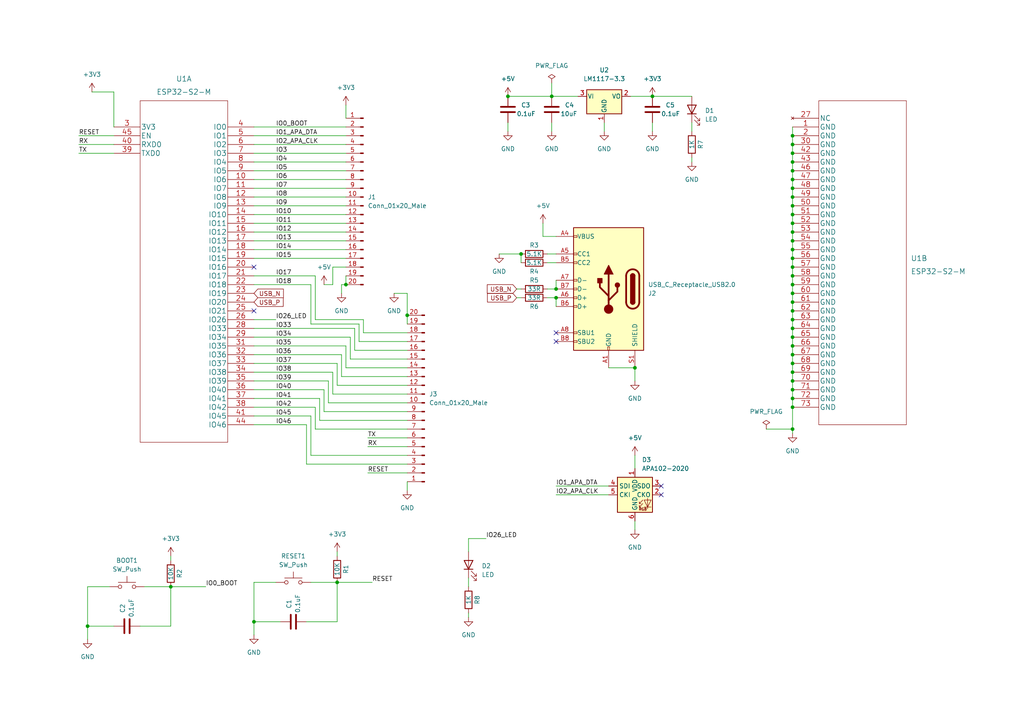
<source format=kicad_sch>
(kicad_sch (version 20211123) (generator eeschema)
  (paper "A4")
  (title_block (title "ESP32 S2 Mini Development Board") (date "2022-04-14") (rev "1"))
  (lib_symbols
    (symbol "2022-03-26_13-09-54:ESP32-S2-MINI-1-N4" (pin_names (offset 0.254))
      (property "Reference" "U" (at 20.32 12.7 0))
      (property "Value" "ESP32-S2-MINI-1-N4" (at 20.32 10.16 0))
      (symbol "ESP32-S2-MINI-1-N4_1_1"
        (polyline (pts (xy 7.62 -91.44) (xy 33.02 -91.44)) (stroke (width 0.127)))
        (polyline (pts (xy 7.62 7.62) (xy 7.62 -91.44)) (stroke (width 0.127)))
        (polyline (pts (xy 33.02 -91.44) (xy 33.02 7.62)) (stroke (width 0.127)))
        (polyline (pts (xy 33.02 7.62) (xy 7.62 7.62)) (stroke (width 0.127)))
        (pin bidirectional line (at 40.64 -15.24 180) (length 7.62) (name "IO6") (number "10"))
        (pin bidirectional line (at 40.64 -17.78 180) (length 7.62) (name "IO7") (number "11"))
        (pin bidirectional line (at 40.64 -20.32 180) (length 7.62) (name "IO8") (number "12"))
        (pin bidirectional line (at 40.64 -22.86 180) (length 7.62) (name "IO9") (number "13"))
        (pin bidirectional line (at 40.64 -25.4 180) (length 7.62) (name "IO10") (number "14"))
        (pin bidirectional line (at 40.64 -27.94 180) (length 7.62) (name "IO11") (number "15"))
        (pin bidirectional line (at 40.64 -30.48 180) (length 7.62) (name "IO12") (number "16"))
        (pin bidirectional line (at 40.64 -33.02 180) (length 7.62) (name "IO13") (number "17"))
        (pin bidirectional line (at 40.64 -35.56 180) (length 7.62) (name "IO14") (number "18"))
        (pin bidirectional line (at 40.64 -38.1 180) (length 7.62) (name "IO15") (number "19"))
        (pin bidirectional line (at 40.64 -40.64 180) (length 7.62) (name "IO16") (number "20"))
        (pin bidirectional line (at 40.64 -43.18 180) (length 7.62) (name "IO17") (number "21"))
        (pin bidirectional line (at 40.64 -45.72 180) (length 7.62) (name "IO18") (number "22"))
        (pin bidirectional line (at 40.64 -48.26 180) (length 7.62) (name "IO19") (number "23"))
        (pin bidirectional line (at 40.64 -50.8 180) (length 7.62) (name "IO20") (number "24"))
        (pin bidirectional line (at 40.64 -53.34 180) (length 7.62) (name "IO21") (number "25"))
        (pin bidirectional line (at 40.64 -55.88 180) (length 7.62) (name "IO26") (number "26"))
        (pin bidirectional line (at 40.64 -58.42 180) (length 7.62) (name "IO33") (number "28"))
        (pin bidirectional line (at 40.64 -60.96 180) (length 7.62) (name "IO34") (number "29"))
        (pin unspecified line (at 0 0 0) (length 7.62) (name "3V3") (number "3"))
        (pin bidirectional line (at 40.64 -63.5 180) (length 7.62) (name "IO35") (number "31"))
        (pin bidirectional line (at 40.64 -66.04 180) (length 7.62) (name "IO36") (number "32"))
        (pin bidirectional line (at 40.64 -68.58 180) (length 7.62) (name "IO37") (number "33"))
        (pin bidirectional line (at 40.64 -71.12 180) (length 7.62) (name "IO38") (number "34"))
        (pin bidirectional line (at 40.64 -73.66 180) (length 7.62) (name "IO39") (number "35"))
        (pin bidirectional line (at 40.64 -76.2 180) (length 7.62) (name "IO40") (number "36"))
        (pin bidirectional line (at 40.64 -78.74 180) (length 7.62) (name "IO41") (number "37"))
        (pin bidirectional line (at 40.64 -81.28 180) (length 7.62) (name "IO42") (number "38"))
        (pin bidirectional line (at 0 -7.62 0) (length 7.62) (name "TXD0") (number "39"))
        (pin bidirectional line (at 40.64 0 180) (length 7.62) (name "IO0") (number "4"))
        (pin bidirectional line (at 0 -5.08 0) (length 7.62) (name "RXD0") (number "40"))
        (pin bidirectional line (at 40.64 -83.82 180) (length 7.62) (name "IO45") (number "41"))
        (pin bidirectional line (at 40.64 -86.36 180) (length 7.62) (name "IO46") (number "44"))
        (pin unspecified line (at 0 -2.54 0) (length 7.62) (name "EN") (number "45"))
        (pin bidirectional line (at 40.64 -2.54 180) (length 7.62) (name "IO1") (number "5"))
        (pin bidirectional line (at 40.64 -5.08 180) (length 7.62) (name "IO2") (number "6"))
        (pin bidirectional line (at 40.64 -7.62 180) (length 7.62) (name "IO3") (number "7"))
        (pin bidirectional line (at 40.64 -10.16 180) (length 7.62) (name "IO4") (number "8"))
        (pin bidirectional line (at 40.64 -12.7 180) (length 7.62) (name "IO5") (number "9"))
      )
      (symbol "ESP32-S2-MINI-1-N4_2_1"
        (polyline (pts (xy 7.62 -88.9) (xy 33.02 -88.9)) (stroke (width 0.127)))
        (polyline (pts (xy 7.62 5.08) (xy 7.62 -88.9)) (stroke (width 0.127)))
        (polyline (pts (xy 33.02 -88.9) (xy 33.02 5.08)) (stroke (width 0.127)))
        (polyline (pts (xy 33.02 5.08) (xy 7.62 5.08)) (stroke (width 0.127)))
        (pin power_in line (at 0 -2.54 0) (length 7.62) (name "GND") (number "1"))
        (pin power_in line (at 0 -5.08 0) (length 7.62) (name "GND") (number "2"))
        (pin no_connect line (at 0 0 0) (length 7.62) (name "NC") (number "27"))
        (pin power_in line (at 0 -7.62 0) (length 7.62) (name "GND") (number "30"))
        (pin power_in line (at 0 -10.16 0) (length 7.62) (name "GND") (number "42"))
        (pin power_in line (at 0 -12.7 0) (length 7.62) (name "GND") (number "43"))
        (pin power_in line (at 0 -15.24 0) (length 7.62) (name "GND") (number "46"))
        (pin power_in line (at 0 -17.78 0) (length 7.62) (name "GND") (number "47"))
        (pin power_in line (at 0 -20.32 0) (length 7.62) (name "GND") (number "48"))
        (pin power_in line (at 0 -22.86 0) (length 7.62) (name "GND") (number "49"))
        (pin power_in line (at 0 -25.4 0) (length 7.62) (name "GND") (number "50"))
        (pin power_in line (at 0 -27.94 0) (length 7.62) (name "GND") (number "51"))
        (pin power_in line (at 0 -30.48 0) (length 7.62) (name "GND") (number "52"))
        (pin power_in line (at 0 -33.02 0) (length 7.62) (name "GND") (number "53"))
        (pin power_in line (at 0 -35.56 0) (length 7.62) (name "GND") (number "54"))
        (pin power_in line (at 0 -38.1 0) (length 7.62) (name "GND") (number "55"))
        (pin power_in line (at 0 -40.64 0) (length 7.62) (name "GND") (number "56"))
        (pin power_in line (at 0 -43.18 0) (length 7.62) (name "GND") (number "57"))
        (pin power_in line (at 0 -45.72 0) (length 7.62) (name "GND") (number "58"))
        (pin power_in line (at 0 -48.26 0) (length 7.62) (name "GND") (number "59"))
        (pin power_in line (at 0 -50.8 0) (length 7.62) (name "GND") (number "60"))
        (pin power_in line (at 0 -53.34 0) (length 7.62) (name "GND") (number "61"))
        (pin power_in line (at 0 -55.88 0) (length 7.62) (name "GND") (number "62"))
        (pin power_in line (at 0 -58.42 0) (length 7.62) (name "GND") (number "63"))
        (pin power_in line (at 0 -60.96 0) (length 7.62) (name "GND") (number "64"))
        (pin power_in line (at 0 -63.5 0) (length 7.62) (name "GND") (number "65"))
        (pin power_in line (at 0 -66.04 0) (length 7.62) (name "GND") (number "66"))
        (pin power_in line (at 0 -68.58 0) (length 7.62) (name "GND") (number "67"))
        (pin power_in line (at 0 -71.12 0) (length 7.62) (name "GND") (number "68"))
        (pin power_in line (at 0 -73.66 0) (length 7.62) (name "GND") (number "69"))
        (pin power_in line (at 0 -76.2 0) (length 7.62) (name "GND") (number "70"))
        (pin power_in line (at 0 -78.74 0) (length 7.62) (name "GND") (number "71"))
        (pin power_in line (at 0 -81.28 0) (length 7.62) (name "GND") (number "72"))
        (pin power_in line (at 0 -83.82 0) (length 7.62) (name "GND") (number "73"))
      )
    )
    (symbol "Connector:Conn_01x20_Male" (pin_names (offset 1.016) hide)
      (property "Reference" "J" (at 0 25.4 0))
      (property "Value" "Conn_01x20_Male" (at 0 -27.94 0))
      (symbol "Conn_01x20_Male_1_1"
        (polyline (pts (xy 1.27 -25.4) (xy 0.8636 -25.4)) (stroke (width 0.1524)))
        (polyline (pts (xy 1.27 -22.86) (xy 0.8636 -22.86)) (stroke (width 0.1524)))
        (polyline (pts (xy 1.27 -20.32) (xy 0.8636 -20.32)) (stroke (width 0.1524)))
        (polyline (pts (xy 1.27 -17.78) (xy 0.8636 -17.78)) (stroke (width 0.1524)))
        (polyline (pts (xy 1.27 -15.24) (xy 0.8636 -15.24)) (stroke (width 0.1524)))
        (polyline (pts (xy 1.27 -12.7) (xy 0.8636 -12.7)) (stroke (width 0.1524)))
        (polyline (pts (xy 1.27 -10.16) (xy 0.8636 -10.16)) (stroke (width 0.1524)))
        (polyline (pts (xy 1.27 -7.62) (xy 0.8636 -7.62)) (stroke (width 0.1524)))
        (polyline (pts (xy 1.27 -5.08) (xy 0.8636 -5.08)) (stroke (width 0.1524)))
        (polyline (pts (xy 1.27 -2.54) (xy 0.8636 -2.54)) (stroke (width 0.1524)))
        (polyline (pts (xy 1.27 0) (xy 0.8636 0)) (stroke (width 0.1524)))
        (polyline (pts (xy 1.27 2.54) (xy 0.8636 2.54)) (stroke (width 0.1524)))
        (polyline (pts (xy 1.27 5.08) (xy 0.8636 5.08)) (stroke (width 0.1524)))
        (polyline (pts (xy 1.27 7.62) (xy 0.8636 7.62)) (stroke (width 0.1524)))
        (polyline (pts (xy 1.27 10.16) (xy 0.8636 10.16)) (stroke (width 0.1524)))
        (polyline (pts (xy 1.27 12.7) (xy 0.8636 12.7)) (stroke (width 0.1524)))
        (polyline (pts (xy 1.27 15.24) (xy 0.8636 15.24)) (stroke (width 0.1524)))
        (polyline (pts (xy 1.27 17.78) (xy 0.8636 17.78)) (stroke (width 0.1524)))
        (polyline (pts (xy 1.27 20.32) (xy 0.8636 20.32)) (stroke (width 0.1524)))
        (polyline (pts (xy 1.27 22.86) (xy 0.8636 22.86)) (stroke (width 0.1524)))
        (rectangle (start 0.8636 -25.273) (end 0 -25.527) (stroke (width 0.1524)) (fill (type outline)))
        (rectangle (start 0.8636 -22.733) (end 0 -22.987) (stroke (width 0.1524)) (fill (type outline)))
        (rectangle (start 0.8636 -20.193) (end 0 -20.447) (stroke (width 0.1524)) (fill (type outline)))
        (rectangle (start 0.8636 -17.653) (end 0 -17.907) (stroke (width 0.1524)) (fill (type outline)))
        (rectangle (start 0.8636 -15.113) (end 0 -15.367) (stroke (width 0.1524)) (fill (type outline)))
        (rectangle (start 0.8636 -12.573) (end 0 -12.827) (stroke (width 0.1524)) (fill (type outline)))
        (rectangle (start 0.8636 -10.033) (end 0 -10.287) (stroke (width 0.1524)) (fill (type outline)))
        (rectangle (start 0.8636 -7.493) (end 0 -7.747) (stroke (width 0.1524)) (fill (type outline)))
        (rectangle (start 0.8636 -4.953) (end 0 -5.207) (stroke (width 0.1524)) (fill (type outline)))
        (rectangle (start 0.8636 -2.413) (end 0 -2.667) (stroke (width 0.1524)) (fill (type outline)))
        (rectangle (start 0.8636 0.127) (end 0 -0.127) (stroke (width 0.1524)) (fill (type outline)))
        (rectangle (start 0.8636 2.667) (end 0 2.413) (stroke (width 0.1524)) (fill (type outline)))
        (rectangle (start 0.8636 5.207) (end 0 4.953) (stroke (width 0.1524)) (fill (type outline)))
        (rectangle (start 0.8636 7.747) (end 0 7.493) (stroke (width 0.1524)) (fill (type outline)))
        (rectangle (start 0.8636 10.287) (end 0 10.033) (stroke (width 0.1524)) (fill (type outline)))
        (rectangle (start 0.8636 12.827) (end 0 12.573) (stroke (width 0.1524)) (fill (type outline)))
        (rectangle (start 0.8636 15.367) (end 0 15.113) (stroke (width 0.1524)) (fill (type outline)))
        (rectangle (start 0.8636 17.907) (end 0 17.653) (stroke (width 0.1524)) (fill (type outline)))
        (rectangle (start 0.8636 20.447) (end 0 20.193) (stroke (width 0.1524)) (fill (type outline)))
        (rectangle (start 0.8636 22.987) (end 0 22.733) (stroke (width 0.1524)) (fill (type outline)))
        (pin passive line (at 5.08 22.86 180) (length 3.81) (name "Pin_1") (number "1"))
        (pin passive line (at 5.08 0 180) (length 3.81) (name "Pin_10") (number "10"))
        (pin passive line (at 5.08 -2.54 180) (length 3.81) (name "Pin_11") (number "11"))
        (pin passive line (at 5.08 -5.08 180) (length 3.81) (name "Pin_12") (number "12"))
        (pin passive line (at 5.08 -7.62 180) (length 3.81) (name "Pin_13") (number "13"))
        (pin passive line (at 5.08 -10.16 180) (length 3.81) (name "Pin_14") (number "14"))
        (pin passive line (at 5.08 -12.7 180) (length 3.81) (name "Pin_15") (number "15"))
        (pin passive line (at 5.08 -15.24 180) (length 3.81) (name "Pin_16") (number "16"))
        (pin passive line (at 5.08 -17.78 180) (length 3.81) (name "Pin_17") (number "17"))
        (pin passive line (at 5.08 -20.32 180) (length 3.81) (name "Pin_18") (number "18"))
        (pin passive line (at 5.08 -22.86 180) (length 3.81) (name "Pin_19") (number "19"))
        (pin passive line (at 5.08 20.32 180) (length 3.81) (name "Pin_2") (number "2"))
        (pin passive line (at 5.08 -25.4 180) (length 3.81) (name "Pin_20") (number "20"))
        (pin passive line (at 5.08 17.78 180) (length 3.81) (name "Pin_3") (number "3"))
        (pin passive line (at 5.08 15.24 180) (length 3.81) (name "Pin_4") (number "4"))
        (pin passive line (at 5.08 12.7 180) (length 3.81) (name "Pin_5") (number "5"))
        (pin passive line (at 5.08 10.16 180) (length 3.81) (name "Pin_6") (number "6"))
        (pin passive line (at 5.08 7.62 180) (length 3.81) (name "Pin_7") (number "7"))
        (pin passive line (at 5.08 5.08 180) (length 3.81) (name "Pin_8") (number "8"))
        (pin passive line (at 5.08 2.54 180) (length 3.81) (name "Pin_9") (number "9"))
      )
    )
    (symbol "Connector:USB_C_Receptacle_USB2.0" (pin_names (offset 1.016))
      (property "Reference" "J" (at -10.16 19.05 0))
      (property "Value" "USB_C_Receptacle_USB2.0" (at 19.05 19.05 0))
      (symbol "USB_C_Receptacle_USB2.0_0_0"
        (rectangle (start -0.254 -17.78) (end 0.254 -16.764))
        (rectangle (start 10.16 -14.986) (end 9.144 -15.494))
        (rectangle (start 10.16 -12.446) (end 9.144 -12.954))
        (rectangle (start 10.16 -4.826) (end 9.144 -5.334))
        (rectangle (start 10.16 -2.286) (end 9.144 -2.794))
        (rectangle (start 10.16 0.254) (end 9.144 -0.254))
        (rectangle (start 10.16 2.794) (end 9.144 2.286))
        (rectangle (start 10.16 7.874) (end 9.144 7.366))
        (rectangle (start 10.16 10.414) (end 9.144 9.906))
        (rectangle (start 10.16 15.494) (end 9.144 14.986))
      )
      (symbol "USB_C_Receptacle_USB2.0_0_1"
        (rectangle (start -10.16 17.78) (end 10.16 -17.78) (stroke (width 0.254)) (fill (type background)))
        (arc (start -8.89 -3.81) (mid -6.985 -5.715) (end -5.08 -3.81) (stroke (width 0.508)))
        (arc (start -7.62 -3.81) (mid -6.985 -4.445) (end -6.35 -3.81) (stroke (width 0.254)))
        (arc (start -7.62 -3.81) (mid -6.985 -4.445) (end -6.35 -3.81) (stroke (width 0.254)) (fill (type outline)))
        (rectangle (start -7.62 -3.81) (end -6.35 3.81) (stroke (width 0.254)) (fill (type outline)))
        (arc (start -6.35 3.81) (mid -6.985 4.445) (end -7.62 3.81) (stroke (width 0.254)))
        (arc (start -6.35 3.81) (mid -6.985 4.445) (end -7.62 3.81) (stroke (width 0.254)) (fill (type outline)))
        (arc (start -5.08 3.81) (mid -6.985 5.715) (end -8.89 3.81) (stroke (width 0.508)))
        (circle (center -2.54 1.143) (radius 0.635) (stroke (width 0.254)) (fill (type outline)))
        (circle (center 0 -5.842) (radius 1.27) (fill (type outline)))
        (polyline (pts (xy -8.89 -3.81) (xy -8.89 3.81)) (stroke (width 0.508)))
        (polyline (pts (xy -5.08 3.81) (xy -5.08 -3.81)) (stroke (width 0.508)))
        (polyline (pts (xy 0 -5.842) (xy 0 4.318)) (stroke (width 0.508)))
        (polyline (pts (xy 0 -3.302) (xy -2.54 -0.762) (xy -2.54 0.508)) (stroke (width 0.508)))
        (polyline (pts (xy 0 -2.032) (xy 2.54 0.508) (xy 2.54 1.778)) (stroke (width 0.508)))
        (polyline (pts (xy -1.27 4.318) (xy 0 6.858) (xy 1.27 4.318) (xy -1.27 4.318)) (stroke (width 0.254)) (fill (type outline)))
        (rectangle (start 1.905 1.778) (end 3.175 3.048) (stroke (width 0.254)) (fill (type outline)))
      )
      (symbol "USB_C_Receptacle_USB2.0_1_1"
        (pin passive line (at 0 -22.86 90) (length 5.08) (name "GND") (number "A1"))
        (pin passive line (at 0 -22.86 90) (length 5.08) hide (name "GND") (number "A12"))
        (pin passive line (at 15.24 15.24 180) (length 5.08) (name "VBUS") (number "A4"))
        (pin bidirectional line (at 15.24 10.16 180) (length 5.08) (name "CC1") (number "A5"))
        (pin bidirectional line (at 15.24 -2.54 180) (length 5.08) (name "D+") (number "A6"))
        (pin bidirectional line (at 15.24 2.54 180) (length 5.08) (name "D-") (number "A7"))
        (pin bidirectional line (at 15.24 -12.7 180) (length 5.08) (name "SBU1") (number "A8"))
        (pin passive line (at 15.24 15.24 180) (length 5.08) hide (name "VBUS") (number "A9"))
        (pin passive line (at 0 -22.86 90) (length 5.08) hide (name "GND") (number "B1"))
        (pin passive line (at 0 -22.86 90) (length 5.08) hide (name "GND") (number "B12"))
        (pin passive line (at 15.24 15.24 180) (length 5.08) hide (name "VBUS") (number "B4"))
        (pin bidirectional line (at 15.24 7.62 180) (length 5.08) (name "CC2") (number "B5"))
        (pin bidirectional line (at 15.24 -5.08 180) (length 5.08) (name "D+") (number "B6"))
        (pin bidirectional line (at 15.24 0 180) (length 5.08) (name "D-") (number "B7"))
        (pin bidirectional line (at 15.24 -15.24 180) (length 5.08) (name "SBU2") (number "B8"))
        (pin passive line (at 15.24 15.24 180) (length 5.08) hide (name "VBUS") (number "B9"))
        (pin passive line (at -7.62 -22.86 90) (length 5.08) (name "SHIELD") (number "S1"))
      )
    )
    (symbol "Device:C" (pin_numbers hide) (pin_names (offset 0.254))
      (property "Reference" "C" (at 0.635 2.54 0))
      (property "Value" "C" (at 0.635 -2.54 0))
      (symbol "C_0_1"
        (polyline (pts (xy -2.032 -0.762) (xy 2.032 -0.762)) (stroke (width 0.508)))
        (polyline (pts (xy -2.032 0.762) (xy 2.032 0.762)) (stroke (width 0.508)))
      )
      (symbol "C_1_1"
        (pin passive line (at 0 3.81 270) (length 2.794) (name "~") (number "1"))
        (pin passive line (at 0 -3.81 90) (length 2.794) (name "~") (number "2"))
      )
    )
    (symbol "Device:LED" (pin_numbers hide) (pin_names (offset 1.016) hide)
      (property "Reference" "D" (at 0 2.54 0))
      (property "Value" "LED" (at 0 -2.54 0))
      (symbol "LED_0_1"
        (polyline (pts (xy -1.27 -1.27) (xy -1.27 1.27)) (stroke (width 0.254)))
        (polyline (pts (xy -1.27 0) (xy 1.27 0)))
        (polyline (pts (xy 1.27 -1.27) (xy 1.27 1.27) (xy -1.27 0) (xy 1.27 -1.27)) (stroke (width 0.254)))
        (polyline (pts (xy -3.048 -0.762) (xy -4.572 -2.286) (xy -3.81 -2.286) (xy -4.572 -2.286) (xy -4.572 -1.524)))
        (polyline (pts (xy -1.778 -0.762) (xy -3.302 -2.286) (xy -2.54 -2.286) (xy -3.302 -2.286) (xy -3.302 -1.524)))
      )
      (symbol "LED_1_1"
        (pin passive line (at -3.81 0 0) (length 2.54) (name "K") (number "1"))
        (pin passive line (at 3.81 0 180) (length 2.54) (name "A") (number "2"))
      )
    )
    (symbol "Device:R" (pin_numbers hide) (pin_names (offset 0))
      (property "Reference" "R" (at 2.032 0 90))
      (property "Value" "R" (at 0 0 90))
      (symbol "R_0_1"
        (rectangle (start -1.016 -2.54) (end 1.016 2.54) (stroke (width 0.254)))
      )
      (symbol "R_1_1"
        (pin passive line (at 0 3.81 270) (length 1.27) (name "~") (number "1"))
        (pin passive line (at 0 -3.81 90) (length 1.27) (name "~") (number "2"))
      )
    )
    (symbol "LED:APA102-2020"
      (property "Reference" "D" (at 5.08 5.715 0))
      (property "Value" "APA102-2020" (at 1.27 -5.715 0))
      (symbol "APA102-2020_0_0"
        (text "RGB" (at 2.286 -4.191 0) (effects (font (size 0.762 0.762))))
      )
      (symbol "APA102-2020_0_1"
        (polyline (pts (xy 1.27 -3.556) (xy 1.778 -3.556)))
        (polyline (pts (xy 1.27 -2.54) (xy 1.778 -2.54)))
        (polyline (pts (xy 4.699 -3.556) (xy 2.667 -3.556)))
        (polyline (pts (xy 2.286 -2.54) (xy 1.27 -3.556) (xy 1.27 -3.048)))
        (polyline (pts (xy 2.286 -1.524) (xy 1.27 -2.54) (xy 1.27 -2.032)))
        (polyline (pts (xy 3.683 -1.016) (xy 3.683 -3.556) (xy 3.683 -4.064)))
        (polyline (pts (xy 4.699 -1.524) (xy 2.667 -1.524) (xy 3.683 -3.556) (xy 4.699 -1.524)))
        (rectangle (start 5.08 5.08) (end -5.08 -5.08) (stroke (width 0.254)) (fill (type background)))
      )
      (symbol "APA102-2020_1_1"
        (pin power_in line (at 0 7.62 270) (length 2.54) (name "VDD") (number "1"))
        (pin output line (at 7.62 0 180) (length 2.54) (name "CKO") (number "2"))
        (pin output line (at 7.62 2.54 180) (length 2.54) (name "SDO") (number "3"))
        (pin input line (at -7.62 2.54 0) (length 2.54) (name "SDI") (number "4"))
        (pin input line (at -7.62 0 0) (length 2.54) (name "CKI") (number "5"))
        (pin power_in line (at 0 -7.62 90) (length 2.54) (name "GND") (number "6"))
      )
    )
    (symbol "Regulator_Linear:LM1117-3.3" (pin_names (offset 0.254))
      (property "Reference" "U" (at -3.81 3.175 0))
      (property "Value" "LM1117-3.3" (at 0 3.175 0))
      (symbol "LM1117-3.3_0_1"
        (rectangle (start -5.08 -5.08) (end 5.08 1.905) (stroke (width 0.254)) (fill (type background)))
      )
      (symbol "LM1117-3.3_1_1"
        (pin power_in line (at 0 -7.62 90) (length 2.54) (name "GND") (number "1"))
        (pin power_out line (at 7.62 0 180) (length 2.54) (name "VO") (number "2"))
        (pin power_in line (at -7.62 0 0) (length 2.54) (name "VI") (number "3"))
      )
    )
    (symbol "Switch:SW_Push" (pin_numbers hide) (pin_names (offset 1.016) hide)
      (property "Reference" "SW" (at 1.27 2.54 0))
      (property "Value" "SW_Push" (at 0 -1.524 0))
      (symbol "SW_Push_0_1"
        (circle (center -2.032 0) (radius 0.508))
        (polyline (pts (xy 0 1.27) (xy 0 3.048)))
        (polyline (pts (xy 2.54 1.27) (xy -2.54 1.27)))
        (circle (center 2.032 0) (radius 0.508))
        (pin passive line (at -5.08 0 0) (length 2.54) (name "1") (number "1"))
        (pin passive line (at 5.08 0 180) (length 2.54) (name "2") (number "2"))
      )
    )
    (symbol "power:+3V3" (power) (pin_names (offset 0))
      (property "Value" "+3V3" (at 0 3.556 0))
      (symbol "+3V3_0_1"
        (polyline (pts (xy -0.762 1.27) (xy 0 2.54)))
        (polyline (pts (xy 0 0) (xy 0 2.54)))
        (polyline (pts (xy 0 2.54) (xy 0.762 1.27)))
      )
      (symbol "+3V3_1_1"
        (pin power_in line (at 0 0 90) (length 0) hide (name "+3V3") (number "1"))
      )
    )
    (symbol "power:+5V" (power) (pin_names (offset 0))
      (property "Value" "+5V" (at 0 3.556 0))
      (symbol "+5V_0_1"
        (polyline (pts (xy -0.762 1.27) (xy 0 2.54)))
        (polyline (pts (xy 0 0) (xy 0 2.54)))
        (polyline (pts (xy 0 2.54) (xy 0.762 1.27)))
      )
      (symbol "+5V_1_1"
        (pin power_in line (at 0 0 90) (length 0) hide (name "+5V") (number "1"))
      )
    )
    (symbol "power:GND" (power) (pin_names (offset 0))
      (property "Value" "GND" (at 0 -3.81 0))
      (symbol "GND_0_1"
        (polyline (pts (xy 0 0) (xy 0 -1.27) (xy 1.27 -1.27) (xy 0 -2.54) (xy -1.27 -1.27) (xy 0 -1.27)))
      )
      (symbol "GND_1_1"
        (pin power_in line (at 0 0 270) (length 0) hide (name "GND") (number "1"))
      )
    )
    (symbol "power:PWR_FLAG" (power) (pin_numbers hide) (pin_names (offset 0) hide)
      (property "Value" "PWR_FLAG" (at 0 3.81 0))
      (symbol "PWR_FLAG_0_0"
        (pin power_out line (at 0 0 90) (length 0) (name "pwr") (number "1"))
      )
      (symbol "PWR_FLAG_0_1"
        (polyline (pts (xy 0 0) (xy 0 1.27) (xy -1.016 1.905) (xy 0 2.54) (xy 1.016 1.905) (xy 0 1.27)))
      )
    )
  )
  (junction (at 229.87 41.91))
  (junction (at 229.87 69.85))
  (junction (at 229.87 95.25))
  (junction (at 229.87 54.61))
  (junction (at 229.87 102.87))
  (junction (at 229.87 82.55))
  (junction (at 229.87 67.31))
  (junction (at 49.53 170.18))
  (junction (at 151.13 73.66))
  (junction (at 229.87 59.69))
  (junction (at 229.87 64.77))
  (junction (at 229.87 107.95))
  (junction (at 229.87 92.71))
  (junction (at 147.32 27.94))
  (junction (at 229.87 80.01))
  (junction (at 229.87 124.46))
  (junction (at 25.4 181.61))
  (junction (at 229.87 57.15))
  (junction (at 160.02 27.94))
  (junction (at 184.15 106.68))
  (junction (at 229.87 74.93))
  (junction (at 229.87 85.09))
  (junction (at 97.79 168.91))
  (junction (at 229.87 44.45))
  (junction (at 229.87 105.41))
  (junction (at 100.33 82.55))
  (junction (at 161.29 83.82))
  (junction (at 229.87 39.37))
  (junction (at 229.87 87.63))
  (junction (at 229.87 113.03))
  (junction (at 229.87 49.53))
  (junction (at 229.87 77.47))
  (junction (at 229.87 100.33))
  (junction (at 229.87 46.99))
  (junction (at 229.87 72.39))
  (junction (at 118.11 91.44))
  (junction (at 73.66 180.34))
  (junction (at 229.87 118.11))
  (junction (at 229.87 110.49))
  (junction (at 229.87 97.79))
  (junction (at 161.29 86.36))
  (junction (at 229.87 115.57))
  (junction (at 229.87 90.17))
  (junction (at 229.87 52.07))
  (junction (at 189.23 27.94))
  (junction (at 229.87 62.23))
  (no_connect (at 161.29 99.06))
  (no_connect (at 161.29 96.52))
  (no_connect (at 191.77 140.97))
  (no_connect (at 191.77 143.51))
  (no_connect (at 73.66 90.17))
  (no_connect (at 73.66 77.47))
  (wire (pts (xy 118.11 106.68) (xy 100.33 106.68)))
  (wire (pts (xy 73.66 113.03) (xy 93.98 113.03)))
  (wire (pts (xy 100.33 106.68) (xy 100.33 100.33)))
  (wire (pts (xy 160.02 24.13) (xy 160.02 27.94)))
  (wire (pts (xy 33.02 26.67) (xy 26.67 26.67)))
  (wire (pts (xy 184.15 106.68) (xy 184.15 110.49)))
  (wire (pts (xy 118.11 104.14) (xy 101.6 104.14)))
  (wire (pts (xy 161.29 143.51) (xy 176.53 143.51)))
  (wire (pts (xy 229.87 64.77) (xy 229.87 67.31)))
  (wire (pts (xy 118.11 111.76) (xy 97.79 111.76)))
  (wire (pts (xy 88.9 180.34) (xy 97.79 180.34)))
  (wire (pts (xy 229.87 115.57) (xy 229.87 118.11)))
  (wire (pts (xy 118.11 114.3) (xy 96.52 114.3)))
  (wire (pts (xy 73.66 120.65) (xy 90.17 120.65)))
  (wire (pts (xy 182.88 27.94) (xy 189.23 27.94)))
  (wire (pts (xy 118.11 109.22) (xy 99.06 109.22)))
  (wire (pts (xy 229.87 85.09) (xy 229.87 87.63)))
  (wire (pts (xy 99.06 82.55) (xy 100.33 82.55)))
  (wire (pts (xy 229.87 67.31) (xy 229.87 69.85)))
  (wire (pts (xy 73.66 74.93) (xy 100.33 74.93)))
  (wire (pts (xy 144.78 73.66) (xy 151.13 73.66)))
  (wire (pts (xy 73.66 110.49) (xy 95.25 110.49)))
  (wire (pts (xy 90.17 132.08) (xy 118.11 132.08)))
  (wire (pts (xy 99.06 109.22) (xy 99.06 102.87)))
  (wire (pts (xy 229.87 36.83) (xy 229.87 39.37)))
  (wire (pts (xy 229.87 77.47) (xy 229.87 80.01)))
  (wire (pts (xy 158.75 76.2) (xy 161.29 76.2)))
  (wire (pts (xy 229.87 54.61) (xy 229.87 57.15)))
  (wire (pts (xy 105.41 96.52) (xy 118.11 96.52)))
  (wire (pts (xy 73.66 100.33) (xy 100.33 100.33)))
  (wire (pts (xy 184.15 132.08) (xy 184.15 135.89)))
  (wire (pts (xy 229.87 87.63) (xy 229.87 90.17)))
  (wire (pts (xy 229.87 72.39) (xy 229.87 74.93)))
  (wire (pts (xy 25.4 181.61) (xy 25.4 185.42)))
  (wire (pts (xy 118.11 134.62) (xy 88.9 134.62)))
  (wire (pts (xy 200.66 45.72) (xy 200.66 46.99)))
  (wire (pts (xy 189.23 35.56) (xy 189.23 38.1)))
  (wire (pts (xy 25.4 170.18) (xy 25.4 181.61)))
  (wire (pts (xy 96.52 77.47) (xy 100.33 77.47)))
  (wire (pts (xy 147.32 27.94) (xy 160.02 27.94)))
  (wire (pts (xy 90.17 82.55) (xy 90.17 93.98)))
  (wire (pts (xy 200.66 35.56) (xy 200.66 38.1)))
  (wire (pts (xy 118.11 124.46) (xy 91.44 124.46)))
  (wire (pts (xy 158.75 83.82) (xy 161.29 83.82)))
  (wire (pts (xy 73.66 49.53) (xy 100.33 49.53)))
  (wire (pts (xy 149.86 83.82) (xy 151.13 83.82)))
  (wire (pts (xy 229.87 92.71) (xy 229.87 95.25)))
  (wire (pts (xy 73.66 59.69) (xy 100.33 59.69)))
  (wire (pts (xy 73.66 95.25) (xy 102.87 95.25)))
  (wire (pts (xy 99.06 85.09) (xy 99.06 82.55)))
  (wire (pts (xy 73.66 62.23) (xy 100.33 62.23)))
  (wire (pts (xy 73.66 69.85) (xy 100.33 69.85)))
  (wire (pts (xy 100.33 80.01) (xy 100.33 82.55)))
  (wire (pts (xy 25.4 181.61) (xy 33.02 181.61)))
  (wire (pts (xy 73.66 102.87) (xy 99.06 102.87)))
  (wire (pts (xy 73.66 92.71) (xy 80.01 92.71)))
  (wire (pts (xy 41.91 170.18) (xy 49.53 170.18)))
  (wire (pts (xy 229.87 46.99) (xy 229.87 49.53)))
  (wire (pts (xy 118.11 101.6) (xy 102.87 101.6)))
  (wire (pts (xy 229.87 49.53) (xy 229.87 52.07)))
  (wire (pts (xy 91.44 80.01) (xy 91.44 92.71)))
  (wire (pts (xy 40.64 181.61) (xy 49.53 181.61)))
  (wire (pts (xy 90.17 93.98) (xy 104.14 93.98)))
  (wire (pts (xy 73.66 46.99) (xy 100.33 46.99)))
  (wire (pts (xy 97.79 160.02) (xy 97.79 161.29)))
  (wire (pts (xy 97.79 168.91) (xy 97.79 180.34)))
  (wire (pts (xy 157.48 68.58) (xy 161.29 68.58)))
  (wire (pts (xy 161.29 83.82) (xy 161.29 81.28)))
  (wire (pts (xy 31.75 170.18) (xy 25.4 170.18)))
  (wire (pts (xy 105.41 92.71) (xy 105.41 96.52)))
  (wire (pts (xy 104.14 99.06) (xy 118.11 99.06)))
  (wire (pts (xy 229.87 97.79) (xy 229.87 100.33)))
  (wire (pts (xy 229.87 107.95) (xy 229.87 110.49)))
  (wire (pts (xy 135.89 177.8) (xy 135.89 179.07)))
  (wire (pts (xy 114.3 85.09) (xy 118.11 85.09)))
  (wire (pts (xy 229.87 110.49) (xy 229.87 113.03)))
  (wire (pts (xy 118.11 116.84) (xy 95.25 116.84)))
  (wire (pts (xy 161.29 140.97) (xy 176.53 140.97)))
  (wire (pts (xy 222.25 124.46) (xy 229.87 124.46)))
  (wire (pts (xy 229.87 105.41) (xy 229.87 107.95)))
  (wire (pts (xy 73.66 44.45) (xy 100.33 44.45)))
  (wire (pts (xy 161.29 88.9) (xy 161.29 86.36)))
  (wire (pts (xy 22.86 44.45) (xy 33.02 44.45)))
  (wire (pts (xy 22.86 41.91) (xy 33.02 41.91)))
  (wire (pts (xy 73.66 123.19) (xy 88.9 123.19)))
  (wire (pts (xy 229.87 39.37) (xy 229.87 41.91)))
  (wire (pts (xy 73.66 80.01) (xy 91.44 80.01)))
  (wire (pts (xy 73.66 118.11) (xy 91.44 118.11)))
  (wire (pts (xy 73.66 64.77) (xy 100.33 64.77)))
  (wire (pts (xy 229.87 62.23) (xy 229.87 64.77)))
  (wire (pts (xy 73.66 54.61) (xy 100.33 54.61)))
  (wire (pts (xy 106.68 127) (xy 118.11 127)))
  (wire (pts (xy 73.66 97.79) (xy 101.6 97.79)))
  (wire (pts (xy 22.86 39.37) (xy 33.02 39.37)))
  (wire (pts (xy 104.14 93.98) (xy 104.14 99.06)))
  (wire (pts (xy 229.87 57.15) (xy 229.87 59.69)))
  (wire (pts (xy 73.66 57.15) (xy 100.33 57.15)))
  (wire (pts (xy 229.87 74.93) (xy 229.87 77.47)))
  (wire (pts (xy 229.87 82.55) (xy 229.87 85.09)))
  (wire (pts (xy 73.66 115.57) (xy 92.71 115.57)))
  (wire (pts (xy 176.53 106.68) (xy 184.15 106.68)))
  (wire (pts (xy 151.13 73.66) (xy 151.13 76.2)))
  (wire (pts (xy 73.66 168.91) (xy 73.66 180.34)))
  (wire (pts (xy 91.44 118.11) (xy 91.44 124.46)))
  (wire (pts (xy 229.87 95.25) (xy 229.87 97.79)))
  (wire (pts (xy 90.17 168.91) (xy 97.79 168.91)))
  (wire (pts (xy 49.53 161.29) (xy 49.53 162.56)))
  (wire (pts (xy 229.87 41.91) (xy 229.87 44.45)))
  (wire (pts (xy 91.44 92.71) (xy 105.41 92.71)))
  (wire (pts (xy 93.98 82.55) (xy 96.52 82.55)))
  (wire (pts (xy 73.66 36.83) (xy 100.33 36.83)))
  (wire (pts (xy 229.87 124.46) (xy 229.87 125.73)))
  (wire (pts (xy 229.87 69.85) (xy 229.87 72.39)))
  (wire (pts (xy 158.75 73.66) (xy 161.29 73.66)))
  (wire (pts (xy 229.87 102.87) (xy 229.87 105.41)))
  (wire (pts (xy 95.25 116.84) (xy 95.25 110.49)))
  (wire (pts (xy 118.11 139.7) (xy 118.11 142.24)))
  (wire (pts (xy 49.53 170.18) (xy 59.69 170.18)))
  (wire (pts (xy 49.53 170.18) (xy 49.53 181.61)))
  (wire (pts (xy 73.66 67.31) (xy 100.33 67.31)))
  (wire (pts (xy 135.89 156.21) (xy 140.97 156.21)))
  (wire (pts (xy 97.79 111.76) (xy 97.79 105.41)))
  (wire (pts (xy 88.9 134.62) (xy 88.9 123.19)))
  (wire (pts (xy 93.98 113.03) (xy 93.98 119.38)))
  (wire (pts (xy 229.87 80.01) (xy 229.87 82.55)))
  (wire (pts (xy 118.11 91.44) (xy 118.11 93.98)))
  (wire (pts (xy 80.01 168.91) (xy 73.66 168.91)))
  (wire (pts (xy 73.66 41.91) (xy 100.33 41.91)))
  (wire (pts (xy 160.02 35.56) (xy 160.02 38.1)))
  (wire (pts (xy 73.66 107.95) (xy 96.52 107.95)))
  (wire (pts (xy 118.11 85.09) (xy 118.11 91.44)))
  (wire (pts (xy 229.87 100.33) (xy 229.87 102.87)))
  (wire (pts (xy 200.66 27.94) (xy 189.23 27.94)))
  (wire (pts (xy 160.02 27.94) (xy 167.64 27.94)))
  (wire (pts (xy 73.66 180.34) (xy 73.66 184.15)))
  (wire (pts (xy 157.48 64.77) (xy 157.48 68.58)))
  (wire (pts (xy 96.52 77.47) (xy 96.52 82.55)))
  (wire (pts (xy 73.66 72.39) (xy 100.33 72.39)))
  (wire (pts (xy 229.87 113.03) (xy 229.87 115.57)))
  (wire (pts (xy 229.87 59.69) (xy 229.87 62.23)))
  (wire (pts (xy 73.66 39.37) (xy 100.33 39.37)))
  (wire (pts (xy 106.68 129.54) (xy 118.11 129.54)))
  (wire (pts (xy 229.87 118.11) (xy 229.87 124.46)))
  (wire (pts (xy 93.98 119.38) (xy 118.11 119.38)))
  (wire (pts (xy 97.79 168.91) (xy 107.95 168.91)))
  (wire (pts (xy 175.26 35.56) (xy 175.26 38.1)))
  (wire (pts (xy 73.66 105.41) (xy 97.79 105.41)))
  (wire (pts (xy 106.68 137.16) (xy 118.11 137.16)))
  (wire (pts (xy 184.15 151.13) (xy 184.15 153.67)))
  (wire (pts (xy 135.89 160.02) (xy 135.89 156.21)))
  (wire (pts (xy 135.89 167.64) (xy 135.89 170.18)))
  (wire (pts (xy 229.87 52.07) (xy 229.87 54.61)))
  (wire (pts (xy 102.87 101.6) (xy 102.87 95.25)))
  (wire (pts (xy 158.75 86.36) (xy 161.29 86.36)))
  (wire (pts (xy 92.71 121.92) (xy 118.11 121.92)))
  (wire (pts (xy 90.17 120.65) (xy 90.17 132.08)))
  (wire (pts (xy 149.86 86.36) (xy 151.13 86.36)))
  (wire (pts (xy 96.52 107.95) (xy 96.52 114.3)))
  (wire (pts (xy 229.87 90.17) (xy 229.87 92.71)))
  (wire (pts (xy 101.6 104.14) (xy 101.6 97.79)))
  (wire (pts (xy 73.66 180.34) (xy 81.28 180.34)))
  (wire (pts (xy 229.87 44.45) (xy 229.87 46.99)))
  (wire (pts (xy 92.71 115.57) (xy 92.71 121.92)))
  (wire (pts (xy 100.33 30.48) (xy 100.33 34.29)))
  (wire (pts (xy 33.02 36.83) (xy 33.02 26.67)))
  (wire (pts (xy 73.66 52.07) (xy 100.33 52.07)))
  (wire (pts (xy 73.66 82.55) (xy 90.17 82.55)))
  (wire (pts (xy 147.32 35.56) (xy 147.32 38.1)))
  (label "IO33" (at 80.01 95.25 0))
  (label "IO45" (at 80.01 120.65 0))
  (label "IO2_APA_CLK" (at 80.01 41.91 0))
  (label "IO1_APA_DTA" (at 161.29 140.97 0))
  (label "IO3" (at 80.01 44.45 0))
  (label "IO1_APA_DTA" (at 80.01 39.37 0))
  (label "IO37" (at 80.01 105.41 0))
  (label "IO14" (at 80.01 72.39 0))
  (label "RX" (at 106.68 129.54 0))
  (label "IO40" (at 80.01 113.03 0))
  (label "IO4" (at 80.01 46.99 0))
  (label "RESET" (at 22.86 39.37 0))
  (label "IO38" (at 80.01 107.95 0))
  (label "IO7" (at 80.01 54.61 0))
  (label "IO9" (at 80.01 59.69 0))
  (label "RESET" (at 107.95 168.91 0))
  (label "IO6" (at 80.01 52.07 0))
  (label "IO8" (at 80.01 57.15 0))
  (label "IO17" (at 80.01 80.01 0))
  (label "IO2_APA_CLK" (at 161.29 143.51 0))
  (label "TX" (at 22.86 44.45 0))
  (label "IO34" (at 80.01 97.79 0))
  (label "IO12" (at 80.01 67.31 0))
  (label "RX" (at 22.86 41.91 0))
  (label "IO35" (at 80.01 100.33 0))
  (label "IO36" (at 80.01 102.87 0))
  (label "IO46" (at 80.01 123.19 0))
  (label "IO15" (at 80.01 74.93 0))
  (label "IO39" (at 80.01 110.49 0))
  (label "IO13" (at 80.01 69.85 0))
  (label "IO26_LED" (at 80.01 92.71 0))
  (label "IO41" (at 80.01 115.57 0))
  (label "IO11" (at 80.01 64.77 0))
  (label "IO26_LED" (at 140.97 156.21 0))
  (label "TX" (at 106.68 127 0))
  (label "IO0_BOOT" (at 80.01 36.83 0))
  (label "IO0_BOOT" (at 59.69 170.18 0))
  (label "IO10" (at 80.01 62.23 0))
  (label "IO18" (at 80.01 82.55 0))
  (label "IO42" (at 80.01 118.11 0))
  (label "IO5" (at 80.01 49.53 0))
  (label "RESET" (at 106.68 137.16 0))
  (global_label "USB_P" (shape input) (at 73.66 87.63 0) (property "Intersheet References" "${INTERSHEET_REFS}" (effects hide)))
  (global_label "USB_N" (shape input) (at 149.86 83.82 180) (property "Intersheet References" "${INTERSHEET_REFS}" (effects hide)))
  (global_label "USB_P" (shape input) (at 149.86 86.36 180) (property "Intersheet References" "${INTERSHEET_REFS}" (effects hide)))
  (global_label "USB_N" (shape input) (at 73.66 85.09 0) (property "Intersheet References" "${INTERSHEET_REFS}" (effects hide)))
  (symbol (lib_id "power:GND") (at 73.66 184.15 0) (unit 1)
    (property "Reference" "#PWR0117" (effects hide))
    (property "Value" "GND" (at 73.66 189.23 0))
  )
  (symbol (lib_id "power:+5V") (at 184.15 132.08 0) (unit 1)
    (property "Reference" "#PWR0119" (effects hide))
    (property "Value" "+5V" (at 184.15 127 0))
  )
  (symbol (lib_id "power:GND") (at 25.4 185.42 0) (unit 1)
    (property "Reference" "#PWR0116" (effects hide))
    (property "Value" "GND" (at 25.4 190.5 0))
  )
  (symbol (lib_id "Regulator_Linear:LM1117-3.3") (at 175.26 27.94 0) (unit 1)
    (property "Reference" "U2" (at 175.26 20.32 0))
    (property "Value" "LM1117-3.3" (at 175.26 22.86 0))
    (property "Footprint" "Package_TO_SOT_SMD:SOT-223" (effects hide))
    (property "Datasheet" "http://www.ti.com/lit/ds/symlink/lm1117.pdf" (effects hide))
  )
  (symbol (lib_id "Device:LED") (at 135.89 163.83 90) (unit 1)
    (property "Reference" "D2" (at 139.7 164.1474 90) (effects (justify right)))
    (property "Value" "LED" (at 139.7 166.6874 90) (effects (justify right)))
    (property "Footprint" "LED_SMD:LED_0603_1608Metric" (effects hide))
  )
  (symbol (lib_id "Device:C") (at 147.32 31.75 0) (unit 1)
    (property "Reference" "C3" (at 151.13 30.48 0) (effects (justify left)))
    (property "Value" "0.1uF" (at 149.86 33.02 0) (effects (justify left)))
    (property "Footprint" "Capacitor_SMD:C_0603_1608Metric" (effects hide))
  )
  (symbol (lib_id "Device:R") (at 154.94 76.2 90) (mirror x) (unit 1)
    (property "Reference" "R4" (at 154.94 78.74 90))
    (property "Value" "5.1K" (at 154.94 76.2 90))
    (property "Footprint" "Resistor_SMD:R_0603_1608Metric" (effects hide))
  )
  (symbol (lib_id "Device:C") (at 160.02 31.75 0) (unit 1)
    (property "Reference" "C4" (at 163.83 30.4799 0) (effects (justify left)))
    (property "Value" "10uF" (at 162.56 33.02 0) (effects (justify left)))
    (property "Footprint" "Capacitor_SMD:C_0805_2012Metric" (effects hide))
  )
  (symbol (lib_id "Switch:SW_Push") (at 36.83 170.18 0) (unit 1)
    (property "Reference" "BOOT1" (at 36.83 162.56 0))
    (property "Value" "SW_Push" (at 36.83 165.1 0))
    (property "Footprint" "Button_Switch_SMD:SW_SPST_Panasonic_EVQPL_3PL_5PL_PT_A08" (effects hide))
  )
  (symbol (lib_id "power:+3V3") (at 189.23 27.94 0) (unit 1)
    (property "Reference" "#PWR0111" (effects hide))
    (property "Value" "+3V3" (at 189.23 22.86 0))
  )
  (symbol (lib_id "Device:R") (at 154.94 86.36 90) (mirror x) (unit 1)
    (property "Reference" "R6" (at 154.94 88.9 90))
    (property "Value" "33R" (at 154.94 86.36 90))
    (property "Footprint" "Resistor_SMD:R_0603_1608Metric" (effects hide))
  )
  (symbol (lib_id "Device:R") (at 200.66 41.91 0) (mirror x) (unit 1)
    (property "Reference" "R7" (at 203.2 41.91 90))
    (property "Value" "1K" (at 200.66 41.91 90))
    (property "Footprint" "Resistor_SMD:R_0603_1608Metric" (effects hide))
  )
  (symbol (lib_id "power:+3V3") (at 26.67 26.67 0) (unit 1)
    (property "Reference" "#PWR0105" (effects hide))
    (property "Value" "+3V3" (at 26.67 21.59 0))
  )
  (symbol (lib_id "power:GND") (at 200.66 46.99 0) (unit 1)
    (property "Reference" "#PWR0106" (effects hide))
    (property "Value" "GND" (at 200.66 52.07 0))
  )
  (symbol (lib_id "2022-03-26_13-09-54:ESP32-S2-MINI-1-N4") (at 229.87 34.29 0) (unit 2)
    (property "Reference" "U1" (at 264.16 74.93 0) (effects (font (size 1.524 1.524)) (justify left)))
    (property "Value" "ESP32-S2-M" (at 264.16 78.74 0) (effects (font (size 1.524 1.524)) (justify left)))
    (property "Footprint" "footprints_esp:ESP32-S2-MINI-1-N4" (effects hide))
  )
  (symbol (lib_id "power:+3V3") (at 97.79 160.02 0) (unit 1)
    (property "Reference" "#PWR0101" (effects hide))
    (property "Value" "+3V3" (at 97.79 154.94 0))
  )
  (symbol (lib_id "power:GND") (at 114.3 85.09 0) (unit 1)
    (property "Reference" "#PWR0124" (effects hide))
    (property "Value" "GND" (at 114.3 90.17 0))
  )
  (symbol (lib_id "power:+3V3") (at 100.33 30.48 0) (unit 1)
    (property "Reference" "#PWR0122" (effects hide))
    (property "Value" "+3V3" (at 100.33 25.4 0))
  )
  (symbol (lib_id "Device:R") (at 97.79 165.1 0) (mirror x) (unit 1)
    (property "Reference" "R1" (at 100.33 165.1 90))
    (property "Value" "10K" (at 97.79 165.1 90))
    (property "Footprint" "Resistor_SMD:R_0603_1608Metric" (effects hide))
  )
  (symbol (lib_id "Device:R") (at 154.94 73.66 90) (mirror x) (unit 1)
    (property "Reference" "R3" (at 154.94 71.12 90))
    (property "Value" "5.1K" (at 154.94 73.66 90))
    (property "Footprint" "Resistor_SMD:R_0603_1608Metric" (effects hide))
  )
  (symbol (lib_id "power:+5V") (at 157.48 64.77 0) (unit 1)
    (property "Reference" "#PWR0110" (effects hide))
    (property "Value" "+5V" (at 157.48 59.69 0))
  )
  (symbol (lib_id "power:+3V3") (at 49.53 161.29 0) (unit 1)
    (property "Reference" "#PWR0115" (effects hide))
    (property "Value" "+3V3" (at 49.53 156.21 0))
  )
  (symbol (lib_id "Device:LED") (at 200.66 31.75 90) (unit 1)
    (property "Reference" "D1" (at 204.47 32.0674 90) (effects (justify right)))
    (property "Value" "LED" (at 204.47 34.6074 90) (effects (justify right)))
    (property "Footprint" "LED_SMD:LED_0603_1608Metric" (effects hide))
  )
  (symbol (lib_id "power:GND") (at 184.15 153.67 0) (unit 1)
    (property "Reference" "#PWR0118" (effects hide))
    (property "Value" "GND" (at 184.15 158.75 0))
  )
  (symbol (lib_id "Connector:Conn_01x20_Male") (at 105.41 57.15 0) (mirror y) (unit 1)
    (property "Reference" "J1" (at 106.68 57.1499 0) (effects (justify right)))
    (property "Value" "Conn_01x20_Male" (at 106.68 59.6899 0) (effects (justify right)))
    (property "Footprint" "Connector_PinHeader_2.54mm:PinHeader_1x20_P2.54mm_Vertical" (effects hide))
  )
  (symbol (lib_id "power:+5V") (at 93.98 82.55 0) (unit 1)
    (property "Reference" "#PWR0123" (effects hide))
    (property "Value" "+5V" (at 93.98 77.47 0))
  )
  (symbol (lib_id "Switch:SW_Push") (at 85.09 168.91 0) (unit 1)
    (property "Reference" "RESET1" (at 85.09 161.29 0))
    (property "Value" "SW_Push" (at 85.09 163.83 0))
    (property "Footprint" "Button_Switch_SMD:SW_SPST_Panasonic_EVQPL_3PL_5PL_PT_A08" (effects hide))
  )
  (symbol (lib_id "Device:R") (at 135.89 173.99 0) (mirror x) (unit 1)
    (property "Reference" "R8" (at 138.43 173.99 90))
    (property "Value" "1K" (at 135.89 173.99 90))
    (property "Footprint" "Resistor_SMD:R_0603_1608Metric" (effects hide))
  )
  (symbol (lib_id "Device:C") (at 36.83 181.61 90) (unit 1)
    (property "Reference" "C2" (at 35.56 177.8 0) (effects (justify left)))
    (property "Value" "0.1uF" (at 38.1 179.07 0) (effects (justify left)))
    (property "Footprint" "Capacitor_SMD:C_0603_1608Metric" (effects hide))
  )
  (symbol (lib_id "power:GND") (at 184.15 110.49 0) (unit 1)
    (property "Reference" "#PWR0114" (effects hide))
    (property "Value" "GND" (at 184.15 115.57 0))
  )
  (symbol (lib_id "power:GND") (at 160.02 38.1 0) (unit 1)
    (property "Reference" "#PWR0108" (effects hide))
    (property "Value" "GND" (at 160.02 43.18 0))
  )
  (symbol (lib_id "Device:R") (at 154.94 83.82 90) (mirror x) (unit 1)
    (property "Reference" "R5" (at 154.94 81.28 90))
    (property "Value" "33R" (at 154.94 83.82 90))
    (property "Footprint" "Resistor_SMD:R_0603_1608Metric" (effects hide))
  )
  (symbol (lib_id "power:GND") (at 229.87 125.73 0) (unit 1)
    (property "Reference" "#PWR0113" (effects hide))
    (property "Value" "GND" (at 229.87 130.81 0))
  )
  (symbol (lib_id "Connector:USB_C_Receptacle_USB2.0") (at 176.53 83.82 0) (mirror y) (unit 1)
    (property "Reference" "J2" (at 187.96 85.0901 0) (effects (justify right)))
    (property "Value" "USB_C_Receptacle_USB2.0" (at 187.96 82.5501 0) (effects (justify right)))
    (property "Footprint" "USB-C-Power-tester:TYPE-C-31-M-12" (effects hide))
    (property "Datasheet" "https://www.usb.org/sites/default/files/documents/usb_type-c.zip" (effects hide))
  )
  (symbol (lib_id "power:GND") (at 118.11 142.24 0) (unit 1)
    (property "Reference" "#PWR0121" (effects hide))
    (property "Value" "GND" (at 118.11 147.32 0))
  )
  (symbol (lib_id "Connector:Conn_01x20_Male") (at 123.19 116.84 180) (unit 1)
    (property "Reference" "J3" (at 124.46 114.2999 0) (effects (justify right)))
    (property "Value" "Conn_01x20_Male" (at 124.46 116.8399 0) (effects (justify right)))
    (property "Footprint" "Connector_PinHeader_2.54mm:PinHeader_1x20_P2.54mm_Vertical" (effects hide))
  )
  (symbol (lib_id "LED:APA102-2020") (at 184.15 143.51 0) (unit 1)
    (property "Reference" "D3" (at 186.1694 133.35 0) (effects (justify left)))
    (property "Value" "APA102-2020" (at 186.1694 135.89 0) (effects (justify left)))
    (property "Footprint" "LED_SMD:LED-APA102-2020" (effects hide))
    (property "Datasheet" "http://www.led-color.com/upload/201604/APA102-2020%20SMD%20LED.pdf" (effects hide))
  )
  (symbol (lib_id "2022-03-26_13-09-54:ESP32-S2-MINI-1-N4") (at 33.02 36.83 0) (unit 1)
    (property "Reference" "U1" (at 53.34 22.86 0) (effects (font (size 1.524 1.524))))
    (property "Value" "ESP32-S2-M" (at 53.34 26.67 0) (effects (font (size 1.524 1.524))))
    (property "Footprint" "footprints_esp:ESP32-S2-MINI-1-N4" (effects hide))
  )
  (symbol (lib_id "power:PWR_FLAG") (at 222.25 124.46 0) (unit 1)
    (property "Reference" "#FLG0102" (effects hide))
    (property "Value" "PWR_FLAG" (at 222.25 119.38 0))
  )
  (symbol (lib_id "power:PWR_FLAG") (at 160.02 24.13 0) (unit 1)
    (property "Reference" "#FLG0101" (effects hide))
    (property "Value" "PWR_FLAG" (at 160.02 19.05 0))
  )
  (symbol (lib_id "power:GND") (at 189.23 38.1 0) (unit 1)
    (property "Reference" "#PWR0112" (effects hide))
    (property "Value" "GND" (at 189.23 43.18 0))
  )
  (symbol (lib_id "power:GND") (at 99.06 85.09 0) (unit 1)
    (property "Reference" "#PWR0120" (effects hide))
    (property "Value" "GND" (at 99.06 90.17 0))
  )
  (symbol (lib_id "power:GND") (at 147.32 38.1 0) (unit 1)
    (property "Reference" "#PWR0103" (effects hide))
    (property "Value" "GND" (at 147.32 43.18 0))
  )
  (symbol (lib_id "power:GND") (at 135.89 179.07 0) (unit 1)
    (property "Reference" "#PWR0107" (effects hide))
    (property "Value" "GND" (at 135.89 184.15 0))
  )
  (symbol (lib_id "Device:C") (at 189.23 31.75 0) (unit 1)
    (property "Reference" "C5" (at 193.04 30.4799 0) (effects (justify left)))
    (property "Value" "0.1uF" (at 191.77 33.02 0) (effects (justify left)))
    (property "Footprint" "Capacitor_SMD:C_0603_1608Metric" (effects hide))
  )
  (symbol (lib_id "Device:R") (at 49.53 166.37 0) (mirror x) (unit 1)
    (property "Reference" "R2" (at 52.07 166.37 90))
    (property "Value" "10K" (at 49.53 166.37 90))
    (property "Footprint" "Resistor_SMD:R_0603_1608Metric" (effects hide))
  )
  (symbol (lib_id "power:+5V") (at 147.32 27.94 0) (unit 1)
    (property "Reference" "#PWR0104" (effects hide))
    (property "Value" "+5V" (at 147.32 22.86 0))
  )
  (symbol (lib_id "power:GND") (at 144.78 73.66 0) (unit 1)
    (property "Reference" "#PWR0102" (effects hide))
    (property "Value" "GND" (at 144.78 78.74 0))
  )
  (symbol (lib_id "power:GND") (at 175.26 38.1 0) (unit 1)
    (property "Reference" "#PWR0109" (effects hide))
    (property "Value" "GND" (at 175.26 43.18 0))
  )
  (symbol (lib_id "Device:C") (at 85.09 180.34 90) (unit 1)
    (property "Reference" "C1" (at 83.82 176.53 0) (effects (justify left)))
    (property "Value" "0.1uF" (at 86.36 177.8 0) (effects (justify left)))
    (property "Footprint" "Capacitor_SMD:C_0603_1608Metric" (effects hide))
  )
)
</source>
